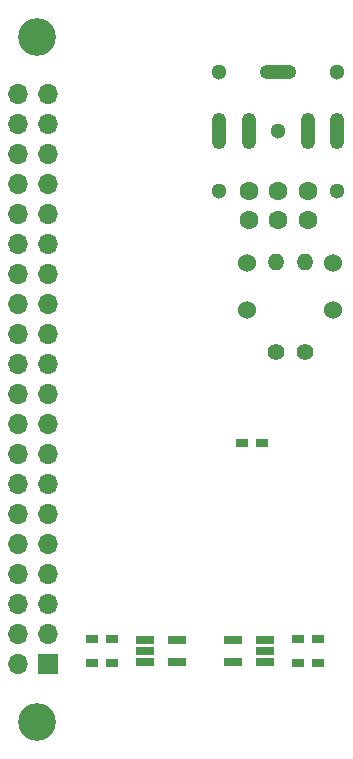
<source format=gbr>
G04 #@! TF.FileFunction,Soldermask,Bot*
%FSLAX46Y46*%
G04 Gerber Fmt 4.6, Leading zero omitted, Abs format (unit mm)*
G04 Created by KiCad (PCBNEW 4.0.7) date 05/16/18 21:08:28*
%MOMM*%
%LPD*%
G01*
G04 APERTURE LIST*
%ADD10C,0.100000*%
%ADD11C,3.200000*%
%ADD12C,1.524000*%
%ADD13R,1.000000X0.800000*%
%ADD14R,1.700000X1.700000*%
%ADD15O,1.700000X1.700000*%
%ADD16C,1.400000*%
%ADD17O,1.400000X1.400000*%
%ADD18R,1.560000X0.650000*%
%ADD19C,1.300000*%
%ADD20O,1.200000X3.100000*%
%ADD21O,3.100000X1.200000*%
%ADD22C,1.600000*%
G04 APERTURE END LIST*
D10*
D11*
X103500000Y-116500000D03*
D12*
X121300000Y-81600000D03*
X121300000Y-77600000D03*
X128600000Y-77600000D03*
X128600000Y-81600000D03*
D13*
X122550000Y-92900000D03*
X120850000Y-92900000D03*
X127350000Y-109500000D03*
X125650000Y-109500000D03*
X108150000Y-111500000D03*
X109850000Y-111500000D03*
X108150000Y-109500000D03*
X109850000Y-109500000D03*
X127350000Y-111500000D03*
X125650000Y-111500000D03*
D14*
X104500000Y-111600000D03*
D15*
X101960000Y-111600000D03*
X104500000Y-109060000D03*
X101960000Y-109060000D03*
X104500000Y-106520000D03*
X101960000Y-106520000D03*
X104500000Y-103980000D03*
X101960000Y-103980000D03*
X104500000Y-101440000D03*
X101960000Y-101440000D03*
X104500000Y-98900000D03*
X101960000Y-98900000D03*
X104500000Y-96360000D03*
X101960000Y-96360000D03*
X104500000Y-93820000D03*
X101960000Y-93820000D03*
X104500000Y-91280000D03*
X101960000Y-91280000D03*
X104500000Y-88740000D03*
X101960000Y-88740000D03*
X104500000Y-86200000D03*
X101960000Y-86200000D03*
X104500000Y-83660000D03*
X101960000Y-83660000D03*
X104500000Y-81120000D03*
X101960000Y-81120000D03*
X104500000Y-78580000D03*
X101960000Y-78580000D03*
X104500000Y-76040000D03*
X101960000Y-76040000D03*
X104500000Y-73500000D03*
X101960000Y-73500000D03*
X104500000Y-70960000D03*
X101960000Y-70960000D03*
X104500000Y-68420000D03*
X101960000Y-68420000D03*
X104500000Y-65880000D03*
X101960000Y-65880000D03*
X104500000Y-63340000D03*
X101960000Y-63340000D03*
D16*
X123800000Y-85200000D03*
D17*
X123800000Y-77580000D03*
D16*
X126200000Y-85200000D03*
D17*
X126200000Y-77580000D03*
D18*
X112650000Y-111450000D03*
X112650000Y-110500000D03*
X112650000Y-109550000D03*
X115350000Y-109550000D03*
X115350000Y-111450000D03*
X122850000Y-109550000D03*
X122850000Y-110500000D03*
X122850000Y-111450000D03*
X120150000Y-111450000D03*
X120150000Y-109550000D03*
D11*
X103500000Y-58500000D03*
D19*
X123950000Y-66500000D03*
D20*
X118950000Y-66500000D03*
X121450000Y-66500000D03*
X126450000Y-66500000D03*
X128950000Y-66500000D03*
D21*
X123950000Y-61500000D03*
D19*
X118950000Y-61500000D03*
X128950000Y-61500000D03*
X128950000Y-71500000D03*
X118950000Y-71500000D03*
D22*
X123950000Y-71500000D03*
X121450000Y-71500000D03*
X126450000Y-71500000D03*
X126450000Y-74000000D03*
X123950000Y-74000000D03*
X121450000Y-74000000D03*
M02*

</source>
